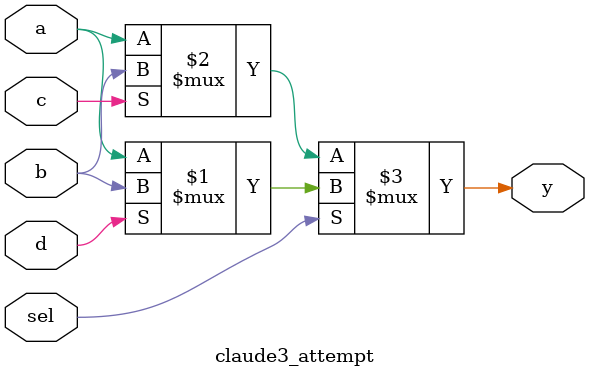
<source format=v>
module claude3_attempt(
    input wire sel,
    input wire a,
    input wire b,
    input wire c,
    input wire d,
    output wire y
);
    // Simplified multiplexer logic using conditional operator
    assign y = sel ? (d ? b : a) : (c ? b : a);
endmodule

</source>
